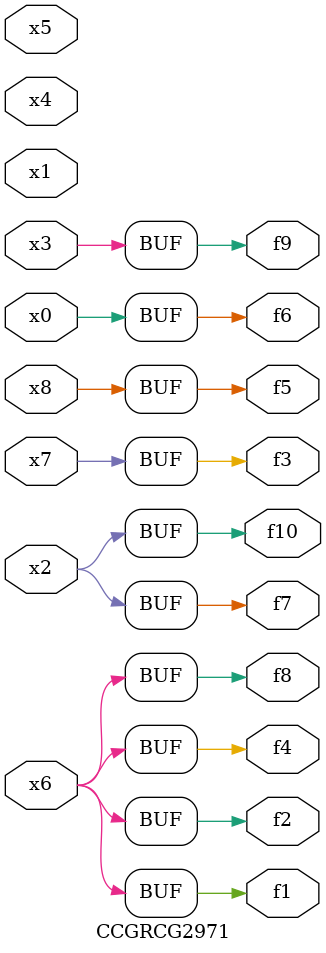
<source format=v>
module CCGRCG2971(
	input x0, x1, x2, x3, x4, x5, x6, x7, x8,
	output f1, f2, f3, f4, f5, f6, f7, f8, f9, f10
);
	assign f1 = x6;
	assign f2 = x6;
	assign f3 = x7;
	assign f4 = x6;
	assign f5 = x8;
	assign f6 = x0;
	assign f7 = x2;
	assign f8 = x6;
	assign f9 = x3;
	assign f10 = x2;
endmodule

</source>
